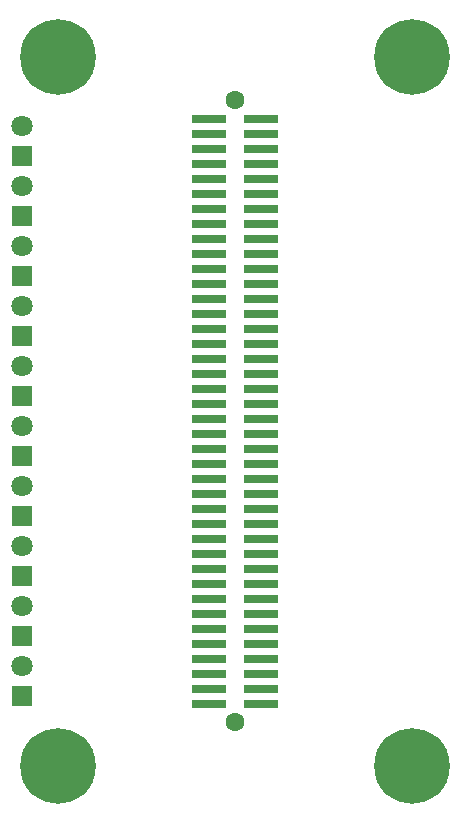
<source format=gbr>
G04 #@! TF.GenerationSoftware,KiCad,Pcbnew,(5.0.0-rc2-dev-107-g49486b83b)*
G04 #@! TF.CreationDate,2018-03-22T00:06:16+08:00*
G04 #@! TF.ProjectId,ebox-gpio-led,65626F782D6770696F2D6C65642E6B69,rev?*
G04 #@! TF.SameCoordinates,Original*
G04 #@! TF.FileFunction,Soldermask,Top*
G04 #@! TF.FilePolarity,Negative*
%FSLAX46Y46*%
G04 Gerber Fmt 4.6, Leading zero omitted, Abs format (unit mm)*
G04 Created by KiCad (PCBNEW (5.0.0-rc2-dev-107-g49486b83b)) date 03/22/18 00:06:16*
%MOMM*%
%LPD*%
G01*
G04 APERTURE LIST*
%ADD10C,1.600000*%
%ADD11R,2.900000X0.740000*%
%ADD12C,0.800000*%
%ADD13C,6.400000*%
%ADD14C,1.800000*%
%ADD15R,1.800000X1.800000*%
G04 APERTURE END LIST*
D10*
X22500000Y-11122100D03*
X22500000Y-63839800D03*
D11*
X24700000Y-62265000D03*
X20300000Y-62265000D03*
X24700000Y-60995000D03*
X20300000Y-60995000D03*
X24700000Y-59725000D03*
X20300000Y-59725000D03*
X24700000Y-58455000D03*
X20300000Y-58455000D03*
X24700000Y-57185000D03*
X20300000Y-57185000D03*
X24700000Y-55915000D03*
X20300000Y-55915000D03*
X24700000Y-54645000D03*
X20300000Y-54645000D03*
X24700000Y-53375000D03*
X20300000Y-53375000D03*
X24700000Y-52105000D03*
X20300000Y-52105000D03*
X24700000Y-50835000D03*
X20300000Y-50835000D03*
X24700000Y-49565000D03*
X20300000Y-49565000D03*
X24700000Y-48295000D03*
X20300000Y-48295000D03*
X24700000Y-47025000D03*
X20300000Y-47025000D03*
X24700000Y-45755000D03*
X20300000Y-45755000D03*
X24700000Y-44485000D03*
X20300000Y-44485000D03*
X24700000Y-43215000D03*
X20300000Y-43215000D03*
X24700000Y-41945000D03*
X20300000Y-41945000D03*
X24700000Y-40675000D03*
X20300000Y-40675000D03*
X24700000Y-39405000D03*
X20300000Y-39405000D03*
X24700000Y-38135000D03*
X20300000Y-38135000D03*
X24700000Y-36865000D03*
X20300000Y-36865000D03*
X24700000Y-35595000D03*
X20300000Y-35595000D03*
X24700000Y-34325000D03*
X20300000Y-34325000D03*
X24700000Y-33055000D03*
X20300000Y-33055000D03*
X24700000Y-31785000D03*
X20300000Y-31785000D03*
X24700000Y-30515000D03*
X20300000Y-30515000D03*
X24700000Y-29245000D03*
X20300000Y-29245000D03*
X24700000Y-27975000D03*
X20300000Y-27975000D03*
X24700000Y-26705000D03*
X20300000Y-26705000D03*
X24700000Y-25435000D03*
X20300000Y-25435000D03*
X24700000Y-24165000D03*
X20300000Y-24165000D03*
X24700000Y-22895000D03*
X20300000Y-22895000D03*
X24700000Y-21625000D03*
X20300000Y-21625000D03*
X24700000Y-20355000D03*
X20300000Y-20355000D03*
X24700000Y-19085000D03*
X20300000Y-19085000D03*
X24700000Y-17815000D03*
X20300000Y-17815000D03*
X24700000Y-16545000D03*
X20300000Y-16545000D03*
X24700000Y-15275000D03*
X20300000Y-15275000D03*
X24700000Y-14005000D03*
X20300000Y-14005000D03*
X24700000Y-12735000D03*
X20300000Y-12735000D03*
D10*
X22512700Y-11122100D03*
X22500000Y-63839800D03*
D12*
X9197056Y-5802944D03*
X7500000Y-5100000D03*
X5802944Y-5802944D03*
X5100000Y-7500000D03*
X5802944Y-9197056D03*
X7500000Y-9900000D03*
X9197056Y-9197056D03*
X9900000Y-7500000D03*
D13*
X7500000Y-7500000D03*
D12*
X39197056Y-5802944D03*
X37500000Y-5100000D03*
X35802944Y-5802944D03*
X35100000Y-7500000D03*
X35802944Y-9197056D03*
X37500000Y-9900000D03*
X39197056Y-9197056D03*
X39900000Y-7500000D03*
D13*
X37500000Y-7500000D03*
D12*
X9197056Y-65802944D03*
X7500000Y-65100000D03*
X5802944Y-65802944D03*
X5100000Y-67500000D03*
X5802944Y-69197056D03*
X7500000Y-69900000D03*
X9197056Y-69197056D03*
X9900000Y-67500000D03*
D13*
X7500000Y-67500000D03*
D12*
X39197056Y-65802944D03*
X37500000Y-65100000D03*
X35802944Y-65802944D03*
X35100000Y-67500000D03*
X35802944Y-69197056D03*
X37500000Y-69900000D03*
X39197056Y-69197056D03*
X39900000Y-67500000D03*
D13*
X37500000Y-67500000D03*
D14*
X4445000Y-13335000D03*
D15*
X4445000Y-15875000D03*
D14*
X4445000Y-18415000D03*
D15*
X4445000Y-20955000D03*
D14*
X4445000Y-23495000D03*
D15*
X4445000Y-26035000D03*
D14*
X4445000Y-28575000D03*
D15*
X4445000Y-31115000D03*
D14*
X4445000Y-33655000D03*
D15*
X4445000Y-36195000D03*
D14*
X4445000Y-38735000D03*
D15*
X4445000Y-41275000D03*
D14*
X4445000Y-43815000D03*
D15*
X4445000Y-46355000D03*
D14*
X4445000Y-48895000D03*
D15*
X4445000Y-51435000D03*
D14*
X4445000Y-53975000D03*
D15*
X4445000Y-56515000D03*
D14*
X4445000Y-59055000D03*
D15*
X4445000Y-61595000D03*
M02*

</source>
